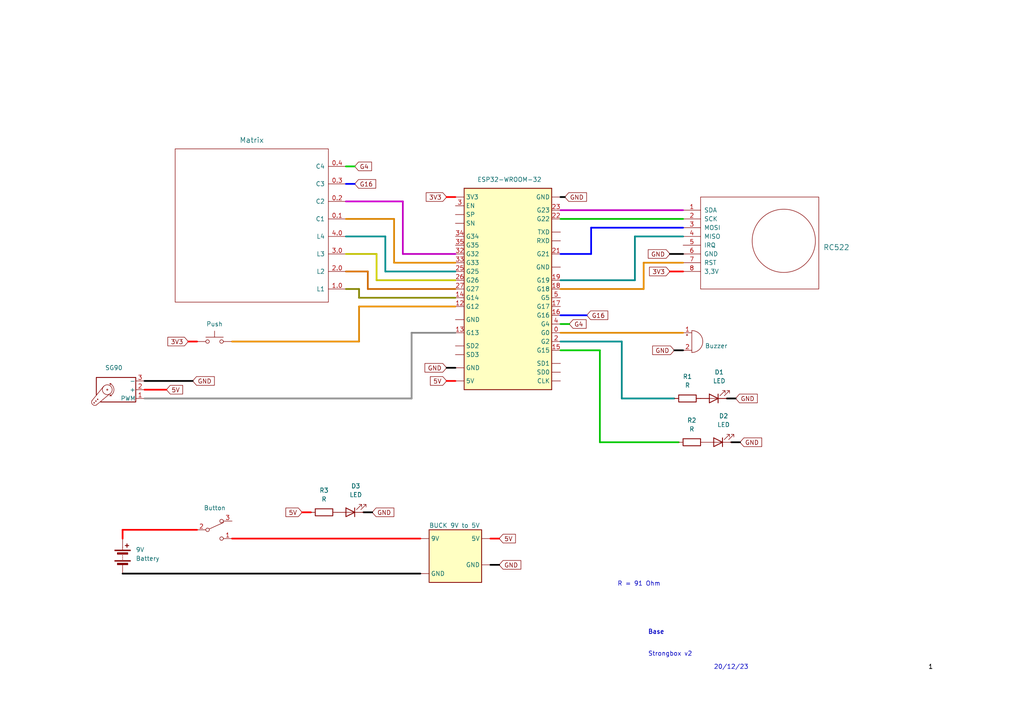
<source format=kicad_sch>
(kicad_sch (version 20230121) (generator eeschema)
  (paper "A4")
  (lib_symbols
    (symbol "Device:Battery" (pin_numbers hide) (pin_names (offset 0) hide)
      (property "Reference" "9V" (at 3.81 1.8415 0))
      (property "Value" "Battery" (at 3.81 -0.6985 0))
      (symbol "Battery_0_1"
        (rectangle (start -2.286 -1.27) (end 2.286 -1.524) (fill (type outline)))
        (rectangle (start -2.286 1.778) (end 2.286 1.524) (fill (type outline)))
        (rectangle (start -1.524 -2.032) (end 1.524 -2.54) (fill (type outline)))
        (rectangle (start -1.524 1.016) (end 1.524 0.508) (fill (type outline)))
        (polyline (pts (xy 0 -1.016) (xy 0 -0.762)))
        (polyline (pts (xy 0 -0.508) (xy 0 -0.254)))
        (polyline (pts (xy 0 0) (xy 0 0.254)))
        (polyline (pts (xy 0 1.778) (xy 0 2.54)))
        (polyline (pts (xy 0.762 3.048) (xy 1.778 3.048)) (stroke (width 0.254)))
        (polyline (pts (xy 1.27 3.556) (xy 1.27 2.54)) (stroke (width 0.254)))
      )
      (symbol "Battery_1_1"
        (pin passive line (at 0 5.08 270) (length 2.54) (name "+") (number "1"))
        (pin passive line (at 0 -5.08 90) (length 2.54) (name "-") (number "2"))
      )
    )
    (symbol "Device:Buzzer" (pin_names (offset 0.0254) hide)
      (property "Reference" "BZ" (at 3.81 1.27 0))
      (property "Value" "Buzzer" (at 3.81 -1.27 0))
      (symbol "Buzzer_0_1"
        (arc (start 0 -3.175) (mid 3.1612 0) (end 0 3.175))
        (polyline (pts (xy -1.651 1.905) (xy -1.143 1.905)))
        (polyline (pts (xy -1.397 2.159) (xy -1.397 1.651)))
        (polyline (pts (xy 0 3.175) (xy 0 -3.175)))
      )
      (symbol "Buzzer_1_1"
        (pin passive line (at -2.54 2.54 0) (length 2.54) (name "-") (number "1"))
        (pin passive line (at -2.54 -2.54 0) (length 2.54) (name "+") (number "2"))
      )
    )
    (symbol "Device:LED" (pin_numbers hide) (pin_names (offset 1.016) hide)
      (property "Reference" "D" (at 0 2.54 0))
      (property "Value" "LED" (at 0 -2.54 0))
      (symbol "LED_0_1"
        (polyline (pts (xy -1.27 -1.27) (xy -1.27 1.27)) (stroke (width 0.254)))
        (polyline (pts (xy -1.27 0) (xy 1.27 0)))
        (polyline (pts (xy 1.27 -1.27) (xy 1.27 1.27) (xy -1.27 0) (xy 1.27 -1.27)) (stroke (width 0.254)))
        (polyline (pts (xy -3.048 -0.762) (xy -4.572 -2.286) (xy -3.81 -2.286) (xy -4.572 -2.286) (xy -4.572 -1.524)))
        (polyline (pts (xy -1.778 -0.762) (xy -3.302 -2.286) (xy -2.54 -2.286) (xy -3.302 -2.286) (xy -3.302 -1.524)))
      )
      (symbol "LED_1_1"
        (pin passive line (at -3.81 0 0) (length 2.54) (name "K") (number "1"))
        (pin passive line (at 3.81 0 180) (length 2.54) (name "A") (number "2"))
      )
    )
    (symbol "Device:R" (pin_numbers hide) (pin_names (offset 0))
      (property "Reference" "R" (at 2.032 0 90))
      (property "Value" "R" (at 0 0 90))
      (symbol "R_0_1"
        (rectangle (start -1.016 -2.54) (end 1.016 2.54) (stroke (width 0.254)))
      )
      (symbol "R_1_1"
        (pin passive line (at 0 3.81 270) (length 1.27) (name "~") (number "1"))
        (pin passive line (at 0 -3.81 90) (length 1.27) (name "~") (number "2"))
      )
    )
    (symbol "Driver_LED:HV9967BK7-G"
      (property "Reference" "U3" (at 2.1941 12.7 0))
      (property "Value" "BUCK 9V to 5V" (at 2.1941 10.16 0))
      (symbol "HV9967BK7-G_0_1"
        (rectangle (start -7.62 7.62) (end 7.62 -7.62) (stroke (width 0.254)) (fill (type background)))
      )
      (symbol "HV9967BK7-G_1_1"
        (pin power_out line (at 10.16 5.08 180) (length 2.54) (name "5V") (number ""))
        (pin power_in line (at -10.16 5.08 0) (length 2.54) (name "9V") (number ""))
        (pin bidirectional line (at -10.16 -5.08 0) (length 2.54) (name "GND") (number ""))
        (pin bidirectional line (at 10.16 -2.54 180) (length 2.54) (name "GND") (number ""))
      )
    )
    (symbol "Motor:Motor_Servo" (pin_names (offset 0.0254))
      (property "Reference" "M" (at -5.08 4.445 0))
      (property "Value" "Motor_Servo" (at -5.08 -4.064 0))
      (symbol "Motor_Servo_0_1"
        (polyline (pts (xy 2.413 -1.778) (xy 2.032 -1.778)))
        (polyline (pts (xy 2.413 -1.778) (xy 2.286 -1.397)))
        (polyline (pts (xy 2.413 1.778) (xy 1.905 1.778)))
        (polyline (pts (xy 2.413 1.778) (xy 2.286 1.397)))
        (polyline (pts (xy 6.35 4.445) (xy 2.54 1.27)))
        (polyline (pts (xy 7.62 3.175) (xy 4.191 -1.016)))
        (polyline (pts (xy 5.08 3.556) (xy -5.08 3.556) (xy -5.08 -3.556) (xy 6.35 -3.556) (xy 6.35 1.524)) (stroke (width 0.254)))
        (arc (start 2.413 1.778) (mid 1.2406 0) (end 2.413 -1.778))
        (circle (center 3.175 0) (radius 0.1778))
        (circle (center 3.175 0) (radius 1.4224))
        (circle (center 5.969 2.794) (radius 0.127))
        (circle (center 6.477 3.302) (radius 0.127))
        (circle (center 6.985 3.81) (radius 0.127))
        (arc (start 7.62 3.175) (mid 7.4485 4.2735) (end 6.35 4.445))
      )
      (symbol "Motor_Servo_1_1"
        (pin passive line (at -7.62 2.54 0) (length 2.54) (name "PWM") (number "1"))
        (pin passive line (at -7.62 0 0) (length 2.54) (name "+") (number "2"))
        (pin passive line (at -7.62 -2.54 0) (length 2.54) (name "-") (number "3"))
      )
    )
    (symbol "RC522:RC522" (pin_names (offset 1.016))
      (property "Value" "Matrix" (at -15.24 -17.78 90))
      (symbol "RC522_0_1"
        (rectangle (start -36.83 30.48) (end 7.62 -13.97))
      )
      (symbol "RC522_1_1"
        (pin bidirectional line (at -16.51 35.56 270) (length 5.08) (name "C1") (number "0.1"))
        (pin bidirectional line (at -21.59 35.56 270) (length 5.08) (name "C2") (number "0.2"))
        (pin bidirectional line (at -26.67 35.56 270) (length 5.08) (name "C3") (number "0.3"))
        (pin bidirectional line (at -31.75 35.56 270) (length 5.08) (name "C4") (number "0.4"))
        (pin bidirectional line (at 3.81 35.56 270) (length 5.08) (name "L1") (number "1.0"))
        (pin bidirectional line (at -1.27 35.56 270) (length 5.08) (name "L2") (number "2.0"))
        (pin bidirectional line (at -6.35 35.56 270) (length 5.08) (name "L3") (number "3.0"))
        (pin bidirectional line (at -11.43 35.56 270) (length 5.08) (name "L4") (number "4.0"))
      )
    )
    (symbol "RC522_2" (pin_names (offset 1.016))
      (property "Reference" "RFID" (at 0 5.08 0))
      (property "Value" "RC522" (at 0 10.16 0))
      (symbol "RC522_2_0_1"
        (rectangle (start -13.97 30.48) (end 12.7 -3.81))
        (circle (center 0 6.35) (radius 9.1694))
      )
      (symbol "RC522_2_1_1"
        (pin output line (at 8.89 35.56 270) (length 5.08) (name "SDA") (number "1"))
        (pin output line (at 6.35 35.56 270) (length 5.08) (name "SCK") (number "2"))
        (pin output line (at 3.81 35.56 270) (length 5.08) (name "MOSI") (number "3"))
        (pin output line (at 1.27 35.56 270) (length 5.08) (name "MISO") (number "4"))
        (pin output line (at -1.27 35.56 270) (length 5.08) (name "IRQ") (number "5"))
        (pin power_in line (at -3.81 35.56 270) (length 5.08) (name "GND") (number "6"))
        (pin input line (at -6.35 35.56 270) (length 5.08) (name "RST") (number "7"))
        (pin power_in line (at -8.89 35.56 270) (length 5.08) (name "3,3V") (number "8"))
      )
    )
    (symbol "RF_Module:ESP32-WROOM-32"
      (property "Reference" "U1" (at -1.27 30.48 0))
      (property "Value" "ESP32-WROOM-32" (at -8.89 27.94 0))
      (symbol "ESP32-WROOM-32_0_1"
        (rectangle (start -12.7 25.4) (end 12.7 -33.02) (stroke (width 0.254)) (fill (type background)))
      )
      (symbol "ESP32-WROOM-32_1_1"
        (pin bidirectional line (at -15.24 22.86 0) (length 2.54) (name "3V3") (number ""))
        (pin bidirectional line (at -15.24 -30.48 0) (length 2.54) (name "5V") (number ""))
        (pin bidirectional line (at 15.24 -30.48 180) (length 2.54) (name "CLK") (number ""))
        (pin bidirectional line (at -15.24 -26.67 0) (length 2.54) (name "GND") (number ""))
        (pin bidirectional line (at -15.24 -12.7 0) (length 2.54) (name "GND") (number ""))
        (pin bidirectional line (at 15.24 2.54 180) (length 2.54) (name "GND") (number ""))
        (pin bidirectional line (at 15.24 22.86 180) (length 2.54) (name "GND") (number ""))
        (pin bidirectional line (at 15.24 10.16 180) (length 2.54) (name "RXD") (number ""))
        (pin bidirectional line (at 15.24 -27.94 180) (length 2.54) (name "SD0") (number ""))
        (pin bidirectional line (at 15.24 -25.4 180) (length 2.54) (name "SD1") (number ""))
        (pin bidirectional line (at -15.24 -20.32 0) (length 2.54) (name "SD2") (number ""))
        (pin bidirectional line (at -15.24 -22.86 0) (length 2.54) (name "SD3") (number ""))
        (pin input line (at -15.24 15.24 0) (length 2.54) (name "SN") (number ""))
        (pin input line (at -15.24 17.78 0) (length 2.54) (name "SP") (number ""))
        (pin bidirectional line (at 15.24 12.7 180) (length 2.54) (name "TXD") (number ""))
        (pin bidirectional line (at 15.24 -16.51 180) (length 2.54) (name "G0") (number "0"))
        (pin bidirectional line (at -15.24 -8.89 0) (length 2.54) (name "G12") (number "12"))
        (pin bidirectional line (at -15.24 -16.51 0) (length 2.54) (name "G13") (number "13"))
        (pin bidirectional line (at -15.24 -6.35 0) (length 2.54) (name "G14") (number "14"))
        (pin bidirectional line (at 15.24 -21.59 180) (length 2.54) (name "G15") (number "15"))
        (pin bidirectional line (at 15.24 -11.43 180) (length 2.54) (name "G16") (number "16"))
        (pin bidirectional line (at 15.24 -8.89 180) (length 2.54) (name "G17") (number "17"))
        (pin bidirectional line (at 15.24 -3.81 180) (length 2.54) (name "G18") (number "18"))
        (pin bidirectional line (at 15.24 -1.27 180) (length 2.54) (name "G19") (number "19"))
        (pin bidirectional line (at 15.24 -19.05 180) (length 2.54) (name "G2") (number "2"))
        (pin bidirectional line (at 15.24 6.35 180) (length 2.54) (name "G21") (number "21"))
        (pin bidirectional line (at 15.24 16.51 180) (length 2.54) (name "G22") (number "22"))
        (pin bidirectional line (at 15.24 19.05 180) (length 2.54) (name "G23") (number "23"))
        (pin bidirectional line (at -15.24 1.27 0) (length 2.54) (name "G25") (number "25"))
        (pin bidirectional line (at -15.24 -1.27 0) (length 2.54) (name "G26") (number "26"))
        (pin bidirectional line (at -15.24 -3.81 0) (length 2.54) (name "G27") (number "27"))
        (pin input line (at -15.24 20.32 0) (length 2.54) (name "EN") (number "3"))
        (pin bidirectional line (at -15.24 6.35 0) (length 2.54) (name "G32") (number "32"))
        (pin bidirectional line (at -15.24 3.81 0) (length 2.54) (name "G33") (number "33"))
        (pin input line (at -15.24 11.43 0) (length 2.54) (name "G34") (number "34"))
        (pin input line (at -15.24 8.89 0) (length 2.54) (name "G35") (number "35"))
        (pin bidirectional line (at 15.24 -13.97 180) (length 2.54) (name "G4") (number "4"))
        (pin bidirectional line (at 15.24 -6.35 180) (length 2.54) (name "G5") (number "5"))
      )
    )
    (symbol "Switch:SW_Nidec_CAS-120A1" (pin_names (offset 1) hide)
      (property "Reference" "SW" (at 0 4.318 0))
      (property "Value" "SW_Nidec_CAS-120A1" (at 0 -5.08 0))
      (symbol "SW_Nidec_CAS-120A1_0_0"
        (circle (center -2.032 0) (radius 0.508))
        (circle (center 2.032 -2.54) (radius 0.508))
      )
      (symbol "SW_Nidec_CAS-120A1_0_1"
        (polyline (pts (xy -1.524 0.254) (xy 2.667 2.159)))
        (circle (center 2.032 2.54) (radius 0.508))
      )
      (symbol "SW_Nidec_CAS-120A1_1_1"
        (pin passive line (at 5.08 -2.54 180) (length 2.54) (name "C") (number "1"))
        (pin passive line (at -5.08 0 0) (length 2.54) (name "B") (number "2"))
        (pin passive line (at 5.08 2.54 180) (length 2.54) (name "A") (number "3"))
      )
    )
    (symbol "Switch:SW_Push" (pin_numbers hide) (pin_names (offset 1.016) hide)
      (property "Reference" "SW" (at 1.27 2.54 0))
      (property "Value" "SW_Push" (at 0 -1.524 0))
      (symbol "SW_Push_0_1"
        (circle (center -2.032 0) (radius 0.508))
        (polyline (pts (xy 0 1.27) (xy 0 3.048)))
        (polyline (pts (xy 2.54 1.27) (xy -2.54 1.27)))
        (circle (center 2.032 0) (radius 0.508))
        (pin passive line (at -5.08 0 0) (length 2.54) (name "1") (number "1"))
        (pin passive line (at 5.08 0 180) (length 2.54) (name "2") (number "2"))
      )
    )
  )
  (wire (pts (xy 100.33 63.5) (xy 114.3 63.5)) (stroke (width 0.5) (color 221 133 0 1)))
  (wire (pts (xy 116.84 73.66) (xy 132.08 73.66)) (stroke (width 0.5) (color 194 0 194 1)))
  (wire (pts (xy 144.78 156.21) (xy 142.24 156.21)) (stroke (width 0.5) (color 255 0 0 1)))
  (wire (pts (xy 163.83 57.15) (xy 162.56 57.15)) (stroke (width 0.5) (color 0 0 0 1)))
  (wire (pts (xy 162.56 93.98) (xy 165.1 93.98)) (stroke (width 0.5) (color 0 194 0 1)))
  (wire (pts (xy 129.54 110.49) (xy 132.08 110.49)) (stroke (width 0.5) (color 255 0 0 1)))
  (wire (pts (xy 194.31 73.66) (xy 198.12 73.66)) (stroke (width 0.5) (color 0 0 0 1)))
  (wire (pts (xy 106.68 83.82) (xy 132.08 83.82)) (stroke (width 0.5) (color 204 102 0 1)))
  (wire (pts (xy 186.69 76.2) (xy 186.69 83.82)) (stroke (width 0.5) (color 221 133 0 1)))
  (wire (pts (xy 100.33 53.34) (xy 102.87 53.34)) (stroke (width 0.5) (color 0 0 255 1)))
  (wire (pts (xy 114.3 76.2) (xy 132.08 76.2)) (stroke (width 0.5) (color 221 133 0 1)))
  (wire (pts (xy 67.31 99.06) (xy 104.14 99.06)) (stroke (width 0.5) (color 221 133 0 1)))
  (wire (pts (xy 129.54 57.15) (xy 132.08 57.15)) (stroke (width 0.5) (color 255 0 0 1)))
  (wire (pts (xy 119.38 96.52) (xy 119.38 115.57)) (stroke (width 0.5) (color 132 132 132 1)))
  (wire (pts (xy 106.68 78.74) (xy 106.68 83.82)) (stroke (width 0.5) (color 204 102 0 1)))
  (wire (pts (xy 162.56 96.52) (xy 198.12 96.52)) (stroke (width 0.5) (color 221 133 0 1)))
  (wire (pts (xy 144.78 163.83) (xy 142.24 163.83)) (stroke (width 0.5) (color 0 0 0 1)))
  (wire (pts (xy 119.38 115.57) (xy 41.91 115.57)) (stroke (width 0.5) (color 132 132 132 1)))
  (wire (pts (xy 186.69 83.82) (xy 162.56 83.82)) (stroke (width 0.5) (color 221 133 0 1)))
  (wire (pts (xy 214.63 128.27) (xy 212.09 128.27)) (stroke (width 0.5) (color 0 0 0 1)))
  (wire (pts (xy 171.45 66.04) (xy 171.45 73.66)) (stroke (width 0.5) (color 0 0 255 1)))
  (wire (pts (xy 104.14 83.82) (xy 104.14 86.36)) (stroke (width 0.5) (color 132 132 0 1)))
  (wire (pts (xy 162.56 63.5) (xy 198.12 63.5)) (stroke (width 0.5) (color 0 194 0 1)))
  (wire (pts (xy 100.33 48.26) (xy 102.87 48.26)) (stroke (width 0.5) (color 0 194 0 1)))
  (wire (pts (xy 171.45 66.04) (xy 198.12 66.04)) (stroke (width 0.5) (color 0 0 255 1)))
  (wire (pts (xy 180.34 115.57) (xy 195.58 115.57)) (stroke (width 0.5) (color 0 132 132 1)))
  (wire (pts (xy 184.15 81.28) (xy 184.15 68.58)) (stroke (width 0.5) (color 0 132 132 1)))
  (wire (pts (xy 173.99 128.27) (xy 196.85 128.27)) (stroke (width 0.5) (color 0 194 0 1)))
  (wire (pts (xy 111.76 78.74) (xy 132.08 78.74)) (stroke (width 0.5) (color 0 132 132 1)))
  (wire (pts (xy 173.99 128.27) (xy 173.99 101.6)) (stroke (width 0.5) (color 0 194 0 1)))
  (wire (pts (xy 55.88 110.49) (xy 41.91 110.49)) (stroke (width 0.5) (color 0 0 0 1)))
  (wire (pts (xy 54.61 99.06) (xy 57.15 99.06)) (stroke (width 0.5) (color 255 0 0 1)))
  (wire (pts (xy 100.33 78.74) (xy 106.68 78.74)) (stroke (width 0.5) (color 204 102 0 1)))
  (wire (pts (xy 162.56 60.96) (xy 198.12 60.96)) (stroke (width 0.5) (color 194 0 194 1)))
  (wire (pts (xy 129.54 106.68) (xy 132.08 106.68)) (stroke (width 0.5) (color 0 0 0 1)))
  (wire (pts (xy 104.14 88.9) (xy 132.08 88.9)) (stroke (width 0.5) (color 221 133 0 1)))
  (wire (pts (xy 111.76 68.58) (xy 111.76 78.74)) (stroke (width 0.5) (color 0 132 132 1)))
  (wire (pts (xy 180.34 99.06) (xy 162.56 99.06)) (stroke (width 0.5) (color 0 132 132 1)))
  (wire (pts (xy 67.31 156.21) (xy 121.92 156.21)) (stroke (width 0.5) (color 255 0 0 1)))
  (wire (pts (xy 100.33 83.82) (xy 104.14 83.82)) (stroke (width 0.5) (color 132 132 0 1)))
  (wire (pts (xy 107.95 148.59) (xy 105.41 148.59)) (stroke (width 0.5) (color 0 0 0 1)))
  (wire (pts (xy 180.34 115.57) (xy 180.34 99.06)) (stroke (width 0.5) (color 0 132 132 1)))
  (wire (pts (xy 116.84 58.42) (xy 116.84 73.66)) (stroke (width 0.5) (color 194 0 194 1)))
  (wire (pts (xy 109.22 81.28) (xy 132.08 81.28)) (stroke (width 0.5) (color 194 194 0 1)))
  (wire (pts (xy 35.56 153.67) (xy 35.56 156.21)) (stroke (width 0.5) (color 255 0 0 1)))
  (wire (pts (xy 195.58 101.6) (xy 198.12 101.6)) (stroke (width 0.5) (color 0 0 0 1)))
  (wire (pts (xy 173.99 101.6) (xy 162.56 101.6)) (stroke (width 0.5) (color 0 194 0 1)))
  (wire (pts (xy 35.56 166.37) (xy 121.92 166.37)) (stroke (width 0.5) (color 0 0 0 1)))
  (wire (pts (xy 100.33 68.58) (xy 111.76 68.58)) (stroke (width 0.5) (color 0 132 132 1)))
  (wire (pts (xy 194.31 78.74) (xy 198.12 78.74)) (stroke (width 0.5) (color 255 0 0 1)))
  (wire (pts (xy 186.69 76.2) (xy 198.12 76.2)) (stroke (width 0.5) (color 221 133 0 1)))
  (wire (pts (xy 162.56 73.66) (xy 171.45 73.66)) (stroke (width 0.5) (color 0 0 255 1)))
  (wire (pts (xy 114.3 63.5) (xy 114.3 76.2)) (stroke (width 0.5) (color 221 133 0 1)))
  (wire (pts (xy 162.56 91.44) (xy 170.18 91.44)) (stroke (width 0.5) (color 0 0 255 1)))
  (wire (pts (xy 213.36 115.57) (xy 210.82 115.57)) (stroke (width 0.5) (color 0 0 0 1)))
  (wire (pts (xy 100.33 58.42) (xy 116.84 58.42)) (stroke (width 0.5) (color 194 0 194 1)))
  (wire (pts (xy 100.33 73.66) (xy 109.22 73.66)) (stroke (width 0.5) (color 194 194 0 1)))
  (wire (pts (xy 104.14 86.36) (xy 132.08 86.36)) (stroke (width 0.5) (color 132 132 0 1)))
  (wire (pts (xy 132.08 96.52) (xy 119.38 96.52)) (stroke (width 0.5) (color 132 132 132 1)))
  (wire (pts (xy 87.63 148.59) (xy 90.17 148.59)) (stroke (width 0.5) (color 255 0 0 1)))
  (wire (pts (xy 162.56 81.28) (xy 184.15 81.28)) (stroke (width 0.5) (color 0 132 132 1)))
  (wire (pts (xy 109.22 73.66) (xy 109.22 81.28)) (stroke (width 0.5) (color 194 194 0 1)))
  (wire (pts (xy 48.26 113.03) (xy 41.91 113.03)) (stroke (width 0.5) (color 255 0 0 1)))
  (wire (pts (xy 35.56 153.67) (xy 57.15 153.67)) (stroke (width 0.5) (color 255 0 0 1)))
  (wire (pts (xy 184.15 68.58) (xy 198.12 68.58)) (stroke (width 0.5) (color 0 132 132 1)))
  (wire (pts (xy 104.14 99.06) (xy 104.14 88.9)) (stroke (width 0.5) (color 221 133 0 1)))
  (text "1" (at 269.24 194.31 0) (effects (font (size 1.27 1.27)) (justify left bottom)))
  (text "1" (at 269.24 194.31 0) (effects (font (size 1.27 1.27)) (justify left bottom)))
  (text "20/12/23" (at 207.01 194.31 0) (effects (font (size 1.27 1.27)) (justify left bottom)))
  (text "R = 91 Ohm" (at 179.07 170.18 0) (effects (font (size 1.27 1.27)) (justify left bottom)))
  (text "Base" (at 187.96 184.15 0) (effects (font (size 1.27 1.27)) (justify left bottom)))
  (text "Base" (at 187.96 184.15 0) (effects (font (size 1.27 1.27)) (justify left bottom)))
  (text "Strongbox v2" (at 187.96 190.5 0) (effects (font (size 1.27 1.27)) (justify left bottom)))
  (global_label "G16" (shape input) (at 102.87 53.34 0) (property "Intersheetrefs" "${INTERSHEET_REFS}" (effects hide)))
  (global_label "3V3" (shape input) (at 194.31 78.74 180) (property "Intersheetrefs" "${INTERSHEET_REFS}" (effects hide)))
  (global_label "G16" (shape input) (at 170.18 91.44 0) (property "Intersheetrefs" "${INTERSHEET_REFS}" (effects hide)))
  (global_label "GND" (shape input) (at 55.88 110.49 0) (property "Intersheetrefs" "${INTERSHEET_REFS}" (effects hide)))
  (global_label "5V" (shape input) (at 129.54 110.49 180) (property "Intersheetrefs" "${INTERSHEET_REFS}" (effects hide)))
  (global_label "GND" (shape input) (at 163.83 57.15 0) (property "Intersheetrefs" "${INTERSHEET_REFS}" (effects hide)))
  (global_label "G4" (shape input) (at 165.1 93.98 0) (property "Intersheetrefs" "${INTERSHEET_REFS}" (effects hide)))
  (global_label "5V" (shape input) (at 48.26 113.03 0) (property "Intersheetrefs" "${INTERSHEET_REFS}" (effects hide)))
  (global_label "GND" (shape input) (at 214.63 128.27 0) (property "Intersheetrefs" "${INTERSHEET_REFS}" (effects hide)))
  (global_label "GND" (shape input) (at 129.54 106.68 180) (property "Intersheetrefs" "${INTERSHEET_REFS}" (effects hide)))
  (global_label "G4" (shape input) (at 102.87 48.26 0) (property "Intersheetrefs" "${INTERSHEET_REFS}" (effects hide)))
  (global_label "GND" (shape input) (at 195.58 101.6 180) (property "Intersheetrefs" "${INTERSHEET_REFS}" (effects hide)))
  (global_label "GND" (shape input) (at 144.78 163.83 0) (property "Intersheetrefs" "${INTERSHEET_REFS}" (effects hide)))
  (global_label "3V3" (shape input) (at 129.54 57.15 180) (property "Intersheetrefs" "${INTERSHEET_REFS}" (effects hide)))
  (global_label "5V" (shape input) (at 87.63 148.59 180) (property "Intersheetrefs" "${INTERSHEET_REFS}" (effects hide)))
  (global_label "3V3" (shape input) (at 54.61 99.06 180) (property "Intersheetrefs" "${INTERSHEET_REFS}" (effects hide)))
  (global_label "GND" (shape input) (at 213.36 115.57 0) (property "Intersheetrefs" "${INTERSHEET_REFS}" (effects hide)))
  (global_label "GND" (shape input) (at 107.95 148.59 0) (property "Intersheetrefs" "${INTERSHEET_REFS}" (effects hide)))
  (global_label "5V" (shape input) (at 144.78 156.21 0) (property "Intersheetrefs" "${INTERSHEET_REFS}" (effects hide)))
  (global_label "GND" (shape input) (at 194.31 73.66 180) (property "Intersheetrefs" "${INTERSHEET_REFS}" (effects hide)))
  (symbol (lib_id "RC522:RC522") (at 64.77 80.01 270) (unit 1)
    (property "Reference" "RFID1" (effects hide))
    (property "Value" "Matrix" (at 73.025 40.64 90) (effects (font (size 1.524 1.524))))
  )
  (symbol (lib_id "Device:R") (at 200.66 128.27 90) (unit 1)
    (property "Reference" "R2" (at 200.66 121.92 90))
    (property "Value" "R" (at 200.66 124.46 90))
  )
  (symbol (lib_id "Switch:SW_Nidec_CAS-120A1") (at 62.23 153.67 0) (unit 1)
    (property "Reference" "SW1" (effects hide))
    (property "Value" "Button" (at 62.2935 147.32 0))
    (property "Footprint" "Button_Switch_SMD:Nidec_Copal_CAS-120A" (effects hide))
    (property "Datasheet" "https://www.nidec-components.com/e/catalog/switch/cas.pdf" (effects hide))
  )
  (symbol (lib_id "Device:R") (at 199.39 115.57 90) (unit 1)
    (property "Reference" "R1" (at 199.39 109.22 90))
    (property "Value" "R" (at 199.39 111.76 90))
  )
  (symbol (lib_id "Device:LED") (at 207.01 115.57 180) (unit 1)
    (property "Reference" "D1" (at 208.5975 107.95 0))
    (property "Value" "LED" (at 208.5975 110.49 0))
  )
  (symbol (lib_id "Switch:SW_Push") (at 62.23 99.06 0) (unit 1)
    (property "Reference" "SW2" (effects hide))
    (property "Value" "Push" (at 62.23 93.98 0))
  )
  (symbol (lib_name "RC522_2") (lib_id "RC522:RC522") (at 233.68 69.85 90) (unit 1)
    (property "Reference" "RFID1" (effects hide))
    (property "Value" "RC522" (at 238.76 71.755 90) (effects (font (size 1.524 1.524)) (justify right)))
  )
  (symbol (lib_id "Device:Buzzer") (at 200.66 99.06 0) (unit 1)
    (property "Reference" "BZ1" (effects hide))
    (property "Value" "Buzzer" (at 204.47 100.33 0) (effects (justify left)))
  )
  (symbol (lib_id "Device:Battery") (at 35.56 161.29 0) (unit 1)
    (property "Reference" "9V" (at 39.37 159.4485 0) (effects (justify left)))
    (property "Value" "Battery" (at 39.37 161.9885 0) (effects (justify left)))
  )
  (symbol (lib_id "Device:LED") (at 208.28 128.27 180) (unit 1)
    (property "Reference" "D2" (at 209.8675 120.65 0))
    (property "Value" "LED" (at 209.8675 123.19 0))
  )
  (symbol (lib_id "Motor:Motor_Servo") (at 34.29 113.03 180) (unit 1)
    (property "Reference" "M1" (effects hide))
    (property "Value" "SG90" (at 33.02 106.68 0))
    (property "Datasheet" "http://forums.parallax.com/uploads/attachments/46831/74481.png" (effects hide))
  )
  (symbol (lib_id "Device:R") (at 93.98 148.59 90) (unit 1)
    (property "Reference" "R3" (at 93.98 142.24 90))
    (property "Value" "R" (at 93.98 144.78 90))
  )
  (symbol (lib_id "Driver_LED:HV9967BK7-G") (at 132.08 161.29 0) (unit 1)
    (property "Reference" "U3" (effects hide))
    (property "Value" "BUCK 9V to 5V" (at 124.46 152.4 0) (effects (justify left)))
  )
  (symbol (lib_id "Device:LED") (at 101.6 148.59 180) (unit 1)
    (property "Reference" "D3" (at 103.1875 140.97 0))
    (property "Value" "LED" (at 103.1875 143.51 0))
  )
  (symbol (lib_id "RF_Module:ESP32-WROOM-32") (at 147.32 80.01 0) (unit 1)
    (property "Reference" "U1" (effects hide))
    (property "Value" "ESP32-WROOM-32" (at 138.43 52.07 0) (effects (justify left)))
    (property "Footprint" "RF_Module:ESP32-WROOM-32" (effects hide))
    (property "Datasheet" "https://www.espressif.com/sites/default/files/documentation/esp32-wroom-32_datasheet_en.pdf" (effects hide))
  )
)
</source>
